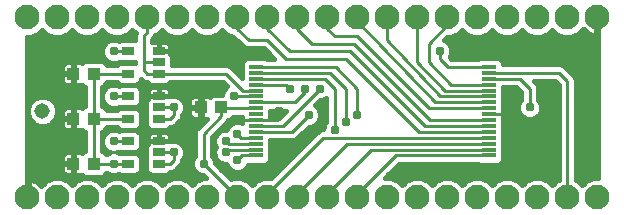
<source format=gtl>
G75*
%MOIN*%
%OFA0B0*%
%FSLAX24Y24*%
%IPPOS*%
%LPD*%
%AMOC8*
5,1,8,0,0,1.08239X$1,22.5*
%
%ADD10C,0.0827*%
%ADD11R,0.0472X0.0142*%
%ADD12R,0.0390X0.0272*%
%ADD13C,0.0515*%
%ADD14R,0.0433X0.0394*%
%ADD15C,0.0100*%
%ADD16C,0.0310*%
%ADD17C,0.0160*%
D10*
X000680Y000680D03*
X001680Y000680D03*
X002680Y000680D03*
X003680Y000680D03*
X004680Y000680D03*
X005680Y000680D03*
X006680Y000680D03*
X007680Y000680D03*
X008680Y000680D03*
X009680Y000680D03*
X010680Y000680D03*
X011680Y000680D03*
X012680Y000680D03*
X013680Y000680D03*
X014680Y000680D03*
X015680Y000680D03*
X016680Y000680D03*
X017680Y000680D03*
X018680Y000680D03*
X019680Y000680D03*
X019680Y006680D03*
X018680Y006680D03*
X017680Y006680D03*
X016680Y006680D03*
X015680Y006680D03*
X014680Y006680D03*
X013680Y006680D03*
X012680Y006680D03*
X011680Y006680D03*
X010680Y006680D03*
X009680Y006680D03*
X008680Y006680D03*
X007680Y006680D03*
X006680Y006680D03*
X005680Y006680D03*
X004680Y006680D03*
X003680Y006680D03*
X002680Y006680D03*
X001680Y006680D03*
X000680Y006680D03*
D11*
X008302Y005031D03*
X008302Y004835D03*
X008302Y004638D03*
X008302Y004441D03*
X008302Y004244D03*
X008302Y004047D03*
X008302Y003850D03*
X008302Y003653D03*
X008302Y003457D03*
X008302Y003260D03*
X008302Y003063D03*
X008302Y002866D03*
X008302Y002669D03*
X008302Y002472D03*
X008302Y002275D03*
X008302Y002079D03*
X016058Y002079D03*
X016058Y002275D03*
X016058Y002472D03*
X016058Y002669D03*
X016058Y002866D03*
X016058Y003063D03*
X016058Y003260D03*
X016058Y003457D03*
X016058Y003653D03*
X016058Y003850D03*
X016058Y004047D03*
X016058Y004244D03*
X016058Y004441D03*
X016058Y004638D03*
X016058Y004835D03*
X016058Y005031D03*
D12*
X005063Y005180D03*
X005063Y004806D03*
X004043Y004806D03*
X004043Y005554D03*
X005063Y005554D03*
X005063Y004054D03*
X005063Y003680D03*
X004043Y004054D03*
X004043Y003306D03*
X005063Y003306D03*
X005063Y002554D03*
X005063Y002180D03*
X005063Y001806D03*
X004043Y001806D03*
X004043Y002554D03*
D13*
X001180Y003555D03*
D14*
X002220Y003305D03*
X002890Y003305D03*
X006470Y003680D03*
X007140Y003680D03*
X002890Y004805D03*
X002220Y004805D03*
X002220Y001805D03*
X002890Y001805D03*
D15*
X002891Y001806D01*
X003555Y001806D01*
X004043Y001806D01*
X003805Y002180D02*
X003305Y002180D01*
X003556Y002554D02*
X003555Y002555D01*
X003556Y002554D02*
X004043Y002554D01*
X005063Y002180D02*
X005555Y002180D01*
X005555Y001930D01*
X005431Y001806D01*
X005063Y001806D01*
X006555Y001805D02*
X006555Y002805D01*
X007140Y003390D01*
X007140Y003680D01*
X007247Y003653D01*
X008302Y003653D01*
X008302Y003850D02*
X009600Y003850D01*
X009930Y004180D01*
X009930Y004305D01*
X009430Y004305D02*
X009294Y004441D01*
X008302Y004441D01*
X008302Y004638D02*
X010597Y004638D01*
X010930Y004305D01*
X010930Y002930D01*
X010544Y002669D02*
X008680Y000805D01*
X008680Y000680D01*
X007680Y000680D02*
X006555Y001805D01*
X007305Y002180D02*
X007400Y002275D01*
X008302Y002275D01*
X008302Y002079D02*
X007829Y002079D01*
X007680Y001930D01*
X007388Y002472D02*
X007305Y002555D01*
X007388Y002472D02*
X008302Y002472D01*
X008302Y002669D02*
X007816Y002669D01*
X007680Y002805D01*
X008302Y002866D02*
X009491Y002866D01*
X010055Y003430D01*
X009188Y003063D02*
X010430Y004305D01*
X010775Y004835D02*
X011305Y004305D01*
X011305Y003180D01*
X011680Y003430D02*
X011680Y004305D01*
X010954Y005031D01*
X008302Y005031D01*
X008302Y004835D02*
X010775Y004835D01*
X011305Y005305D02*
X009305Y005305D01*
X008680Y005930D01*
X008055Y005930D01*
X007680Y006305D01*
X007680Y006680D01*
X008680Y006680D02*
X008680Y006305D01*
X009430Y005555D01*
X011430Y005555D01*
X013922Y003063D01*
X016058Y003063D01*
X016058Y003260D02*
X014100Y003260D01*
X011555Y005805D01*
X010180Y005805D01*
X009680Y006305D01*
X009680Y006680D01*
X010680Y006680D02*
X010680Y006305D01*
X010930Y006055D01*
X011680Y006055D01*
X014082Y003653D01*
X016058Y003653D01*
X016058Y003457D02*
X016558Y003457D01*
X016180Y003457D02*
X016058Y003457D01*
X016058Y003850D02*
X014260Y003850D01*
X011680Y006555D01*
X011680Y006680D01*
X012680Y006680D02*
X012680Y005930D01*
X014438Y004047D01*
X016058Y004047D01*
X016058Y004244D02*
X014616Y004244D01*
X013680Y005180D01*
X013680Y006680D01*
X014055Y005805D02*
X014680Y006430D01*
X014680Y006680D01*
X014055Y005805D02*
X014055Y005180D01*
X014794Y004441D01*
X016058Y004441D01*
X016058Y004638D02*
X017097Y004638D01*
X017430Y004305D01*
X017430Y003680D01*
X018400Y004835D02*
X018680Y004555D01*
X018680Y000680D01*
X016058Y002079D02*
X012954Y002079D01*
X011680Y000805D01*
X011680Y000680D01*
X010680Y000680D02*
X010680Y000805D01*
X012150Y002275D01*
X016058Y002275D01*
X016058Y002472D02*
X011347Y002472D01*
X009680Y000805D01*
X009680Y000680D01*
X010544Y002669D02*
X016058Y002669D01*
X016058Y002866D02*
X013744Y002866D01*
X011305Y005305D01*
X014430Y005305D02*
X014430Y005555D01*
X014430Y005430D01*
X014430Y005305D02*
X014704Y005031D01*
X016058Y005031D01*
X016058Y004835D02*
X018400Y004835D01*
X009188Y003063D02*
X008302Y003063D01*
X008302Y003260D02*
X007805Y003260D01*
X008302Y003260D02*
X009010Y003260D01*
X009055Y003305D01*
X009055Y003555D01*
X008302Y004047D02*
X007688Y004047D01*
X007555Y004055D01*
X007866Y004244D02*
X007305Y004805D01*
X005064Y004805D01*
X005063Y004806D01*
X004679Y004806D01*
X004555Y004930D01*
X004555Y005180D01*
X005063Y005180D01*
X004555Y005180D02*
X004555Y006055D01*
X004680Y006180D01*
X004680Y006680D01*
X004043Y005554D02*
X003556Y005554D01*
X003555Y005555D01*
X004043Y004806D02*
X002891Y004806D01*
X002890Y004805D01*
X002890Y003305D01*
X002890Y001805D01*
X002890Y003305D02*
X003094Y003306D01*
X004043Y003306D01*
X005063Y003306D02*
X005431Y003306D01*
X005555Y003430D01*
X005555Y003680D01*
X005063Y003680D01*
X004043Y004054D02*
X003556Y004054D01*
X003555Y004055D01*
X007866Y004244D02*
X008302Y004244D01*
D16*
X007555Y004055D03*
X009055Y003555D03*
X010055Y003430D03*
X011305Y003180D03*
X011680Y003430D03*
X010930Y002930D03*
X007680Y002805D03*
X007305Y002555D03*
X007305Y002180D03*
X007680Y001930D03*
X006555Y001805D03*
X005555Y002180D03*
X003555Y001806D03*
X003555Y002555D03*
X005555Y003680D03*
X003555Y004055D03*
X003555Y005555D03*
X005180Y006055D03*
X009430Y004305D03*
X009930Y004305D03*
X010430Y004305D03*
X014430Y005555D03*
X015055Y005805D03*
X017430Y003680D03*
X018055Y003680D03*
D17*
X017815Y003667D02*
X018400Y003667D01*
X018400Y003509D02*
X017776Y003509D01*
X017756Y003462D02*
X017815Y003603D01*
X017815Y003757D01*
X017756Y003898D01*
X017710Y003944D01*
X017710Y004361D01*
X017667Y004464D01*
X017589Y004542D01*
X017576Y004555D01*
X018284Y004555D01*
X018400Y004439D01*
X018400Y001260D01*
X018316Y001225D01*
X018180Y001090D01*
X018044Y001225D01*
X017808Y001323D01*
X017552Y001323D01*
X017316Y001225D01*
X017180Y001090D01*
X017044Y001225D01*
X016808Y001323D01*
X016552Y001323D01*
X016316Y001225D01*
X016180Y001090D01*
X016044Y001225D01*
X015808Y001323D01*
X015552Y001323D01*
X015316Y001225D01*
X015180Y001090D01*
X015044Y001225D01*
X014808Y001323D01*
X014552Y001323D01*
X014316Y001225D01*
X014180Y001090D01*
X014044Y001225D01*
X013808Y001323D01*
X013552Y001323D01*
X013316Y001225D01*
X013180Y001090D01*
X013044Y001225D01*
X012808Y001323D01*
X012594Y001323D01*
X013070Y001799D01*
X015706Y001799D01*
X015726Y001778D01*
X016389Y001778D01*
X016524Y001912D01*
X016524Y003426D01*
X016493Y003457D01*
X016524Y003487D01*
X016524Y004358D01*
X016981Y004358D01*
X017150Y004189D01*
X017150Y003944D01*
X017104Y003898D01*
X017045Y003757D01*
X017045Y003603D01*
X017104Y003462D01*
X017212Y003354D01*
X017353Y003295D01*
X017507Y003295D01*
X017648Y003354D01*
X017756Y003462D01*
X017639Y003350D02*
X018400Y003350D01*
X018400Y003192D02*
X016524Y003192D01*
X016524Y003350D02*
X017221Y003350D01*
X017084Y003509D02*
X016524Y003509D01*
X016524Y003667D02*
X017045Y003667D01*
X017074Y003826D02*
X016524Y003826D01*
X016524Y003984D02*
X017150Y003984D01*
X017150Y004143D02*
X016524Y004143D01*
X016524Y004301D02*
X017038Y004301D01*
X017669Y004460D02*
X018380Y004460D01*
X018400Y004301D02*
X017710Y004301D01*
X017710Y004143D02*
X018400Y004143D01*
X018400Y003984D02*
X017710Y003984D01*
X017786Y003826D02*
X018400Y003826D01*
X018960Y003826D02*
X019700Y003826D01*
X019700Y003667D02*
X018960Y003667D01*
X018960Y003509D02*
X019700Y003509D01*
X019700Y003350D02*
X018960Y003350D01*
X018960Y003192D02*
X019700Y003192D01*
X019700Y003033D02*
X018960Y003033D01*
X018960Y002875D02*
X019700Y002875D01*
X019700Y002716D02*
X018960Y002716D01*
X018960Y002558D02*
X019700Y002558D01*
X019700Y002399D02*
X018960Y002399D01*
X018960Y002241D02*
X019700Y002241D01*
X019700Y002082D02*
X018960Y002082D01*
X018960Y001924D02*
X019700Y001924D01*
X019700Y001765D02*
X018960Y001765D01*
X018960Y001607D02*
X019700Y001607D01*
X019700Y001448D02*
X018960Y001448D01*
X018960Y001290D02*
X019470Y001290D01*
X019552Y001323D02*
X019316Y001225D01*
X019180Y001090D01*
X019044Y001225D01*
X018960Y001260D01*
X018960Y004611D01*
X018917Y004714D01*
X018839Y004792D01*
X018559Y005072D01*
X018456Y005115D01*
X016524Y005115D01*
X016524Y005198D01*
X016389Y005332D01*
X015726Y005332D01*
X015706Y005311D01*
X014820Y005311D01*
X014767Y005364D01*
X014815Y005478D01*
X014815Y005632D01*
X014756Y005773D01*
X014648Y005881D01*
X014563Y005917D01*
X014683Y006037D01*
X014808Y006037D01*
X015044Y006135D01*
X015180Y006270D01*
X015316Y006135D01*
X015552Y006037D01*
X015808Y006037D01*
X016044Y006135D01*
X016180Y006270D01*
X016316Y006135D01*
X016552Y006037D01*
X016808Y006037D01*
X017044Y006135D01*
X017180Y006270D01*
X017316Y006135D01*
X017552Y006037D01*
X017808Y006037D01*
X018044Y006135D01*
X018180Y006270D01*
X018316Y006135D01*
X018552Y006037D01*
X018808Y006037D01*
X019044Y006135D01*
X019217Y006307D01*
X019227Y006293D01*
X019293Y006227D01*
X019369Y006172D01*
X019452Y006130D01*
X019541Y006101D01*
X019622Y006088D01*
X019622Y006622D01*
X019700Y006622D01*
X019700Y001323D01*
X019552Y001323D01*
X019221Y001131D02*
X019139Y001131D01*
X018400Y001290D02*
X017890Y001290D01*
X018139Y001131D02*
X018221Y001131D01*
X018400Y001448D02*
X012719Y001448D01*
X012877Y001607D02*
X018400Y001607D01*
X018400Y001765D02*
X013036Y001765D01*
X012890Y001290D02*
X013470Y001290D01*
X013221Y001131D02*
X013139Y001131D01*
X013890Y001290D02*
X014470Y001290D01*
X014221Y001131D02*
X014139Y001131D01*
X014890Y001290D02*
X015470Y001290D01*
X015221Y001131D02*
X015139Y001131D01*
X015890Y001290D02*
X016470Y001290D01*
X016221Y001131D02*
X016139Y001131D01*
X016890Y001290D02*
X017470Y001290D01*
X017221Y001131D02*
X017139Y001131D01*
X016524Y001924D02*
X018400Y001924D01*
X018400Y002082D02*
X016524Y002082D01*
X016524Y002241D02*
X018400Y002241D01*
X018400Y002399D02*
X016524Y002399D01*
X016524Y002558D02*
X018400Y002558D01*
X018400Y002716D02*
X016524Y002716D01*
X016524Y002875D02*
X018400Y002875D01*
X018400Y003033D02*
X016524Y003033D01*
X018960Y003984D02*
X019700Y003984D01*
X019700Y004143D02*
X018960Y004143D01*
X018960Y004301D02*
X019700Y004301D01*
X019700Y004460D02*
X018960Y004460D01*
X018957Y004618D02*
X019700Y004618D01*
X019700Y004777D02*
X018854Y004777D01*
X018696Y004935D02*
X019700Y004935D01*
X019700Y005094D02*
X018507Y005094D01*
X019700Y005252D02*
X016470Y005252D01*
X014815Y005569D02*
X019700Y005569D01*
X019700Y005411D02*
X014787Y005411D01*
X014775Y005728D02*
X019700Y005728D01*
X019700Y005886D02*
X014637Y005886D01*
X014827Y006045D02*
X015533Y006045D01*
X015827Y006045D02*
X016533Y006045D01*
X016827Y006045D02*
X017533Y006045D01*
X017827Y006045D02*
X018533Y006045D01*
X018827Y006045D02*
X019700Y006045D01*
X019700Y006203D02*
X019622Y006203D01*
X019622Y006362D02*
X019700Y006362D01*
X019700Y006520D02*
X019622Y006520D01*
X019327Y006203D02*
X019113Y006203D01*
X018247Y006203D02*
X018113Y006203D01*
X017247Y006203D02*
X017113Y006203D01*
X016247Y006203D02*
X016113Y006203D01*
X015247Y006203D02*
X015113Y006203D01*
X010650Y003981D02*
X010650Y003194D01*
X010604Y003148D01*
X010545Y003007D01*
X010545Y002949D01*
X010488Y002949D01*
X010386Y002907D01*
X008802Y001323D01*
X008552Y001323D01*
X008316Y001225D01*
X008180Y001090D01*
X008044Y001225D01*
X007808Y001323D01*
X007552Y001323D01*
X007468Y001288D01*
X006940Y001816D01*
X006940Y001882D01*
X006881Y002023D01*
X006835Y002069D01*
X006835Y002689D01*
X007377Y003231D01*
X007386Y003253D01*
X007451Y003253D01*
X007572Y003373D01*
X007836Y003373D01*
X007836Y003290D01*
X007867Y003260D01*
X007836Y003229D01*
X007836Y003157D01*
X007757Y003190D01*
X007603Y003190D01*
X007462Y003131D01*
X007354Y003023D01*
X007319Y002940D01*
X007228Y002940D01*
X007087Y002881D01*
X006979Y002773D01*
X006920Y002632D01*
X006920Y002478D01*
X006966Y002367D01*
X006920Y002257D01*
X006920Y002103D01*
X006979Y001962D01*
X007087Y001854D01*
X007228Y001795D01*
X007319Y001795D01*
X007354Y001712D01*
X007462Y001604D01*
X007603Y001545D01*
X007757Y001545D01*
X007898Y001604D01*
X008006Y001712D01*
X008034Y001778D01*
X008634Y001778D01*
X008768Y001912D01*
X008768Y002586D01*
X009547Y002586D01*
X009650Y002629D01*
X010066Y003045D01*
X010132Y003045D01*
X010273Y003104D01*
X010381Y003212D01*
X010440Y003353D01*
X010440Y003507D01*
X010381Y003648D01*
X010275Y003754D01*
X010441Y003920D01*
X010507Y003920D01*
X010648Y003979D01*
X010650Y003981D01*
X010650Y003826D02*
X010346Y003826D01*
X010362Y003667D02*
X010650Y003667D01*
X010650Y003509D02*
X010439Y003509D01*
X010439Y003350D02*
X010650Y003350D01*
X010647Y003192D02*
X010361Y003192D01*
X010556Y003033D02*
X010054Y003033D01*
X009895Y002875D02*
X010354Y002875D01*
X010195Y002716D02*
X009737Y002716D01*
X010037Y002558D02*
X008768Y002558D01*
X008768Y002399D02*
X009878Y002399D01*
X009720Y002241D02*
X008768Y002241D01*
X008768Y002082D02*
X009561Y002082D01*
X009403Y001924D02*
X008768Y001924D01*
X009244Y001765D02*
X008028Y001765D01*
X007901Y001607D02*
X009086Y001607D01*
X008927Y001448D02*
X007308Y001448D01*
X007459Y001607D02*
X007149Y001607D01*
X006991Y001765D02*
X007332Y001765D01*
X007017Y001924D02*
X006923Y001924D01*
X006929Y002082D02*
X006835Y002082D01*
X006835Y002241D02*
X006920Y002241D01*
X006953Y002399D02*
X006835Y002399D01*
X006835Y002558D02*
X006920Y002558D01*
X006955Y002716D02*
X006862Y002716D01*
X007020Y002875D02*
X007080Y002875D01*
X007179Y003033D02*
X007364Y003033D01*
X007337Y003192D02*
X007836Y003192D01*
X007836Y003350D02*
X007548Y003350D01*
X006657Y003303D02*
X006396Y003042D01*
X006318Y002964D01*
X006275Y002861D01*
X006275Y002069D01*
X006229Y002023D01*
X006170Y001882D01*
X006170Y001728D01*
X006229Y001587D01*
X006337Y001479D01*
X006478Y001420D01*
X006544Y001420D01*
X006641Y001323D01*
X006552Y001323D01*
X006316Y001225D01*
X006180Y001090D01*
X006044Y001225D01*
X005808Y001323D01*
X005552Y001323D01*
X005316Y001225D01*
X005180Y001090D01*
X005044Y001225D01*
X004808Y001323D01*
X004552Y001323D01*
X004316Y001225D01*
X004180Y001090D01*
X004044Y001225D01*
X003808Y001323D01*
X003552Y001323D01*
X003316Y001225D01*
X003180Y001090D01*
X003044Y001225D01*
X002808Y001323D01*
X002552Y001323D01*
X002316Y001225D01*
X002180Y001090D01*
X002044Y001225D01*
X001808Y001323D01*
X001552Y001323D01*
X001316Y001225D01*
X001143Y001053D01*
X001133Y001067D01*
X001067Y001133D01*
X000991Y001188D01*
X000908Y001230D01*
X000819Y001259D01*
X000738Y001272D01*
X000738Y000738D01*
X000660Y000738D01*
X000660Y006037D01*
X000808Y006037D01*
X001044Y006135D01*
X001180Y006270D01*
X001316Y006135D01*
X001552Y006037D01*
X001808Y006037D01*
X002044Y006135D01*
X002180Y006270D01*
X002316Y006135D01*
X002552Y006037D01*
X002808Y006037D01*
X003044Y006135D01*
X003180Y006270D01*
X003316Y006135D01*
X003552Y006037D01*
X003808Y006037D01*
X004044Y006135D01*
X004180Y006270D01*
X004294Y006156D01*
X004275Y006111D01*
X004275Y005920D01*
X003753Y005920D01*
X003732Y005899D01*
X003632Y005940D01*
X003478Y005940D01*
X003337Y005881D01*
X003229Y005773D01*
X003170Y005632D01*
X003170Y005478D01*
X003229Y005337D01*
X003337Y005229D01*
X003478Y005170D01*
X003632Y005170D01*
X003730Y005211D01*
X003753Y005188D01*
X004275Y005188D01*
X004275Y005172D01*
X003753Y005172D01*
X003667Y005086D01*
X003336Y005086D01*
X003336Y005097D01*
X003201Y005232D01*
X002578Y005232D01*
X002512Y005166D01*
X002506Y005170D01*
X002461Y005182D01*
X002239Y005182D01*
X002239Y004823D01*
X002202Y004823D01*
X002202Y004787D01*
X001824Y004787D01*
X001824Y004584D01*
X001836Y004539D01*
X001860Y004498D01*
X001893Y004464D01*
X001934Y004440D01*
X001980Y004428D01*
X002202Y004428D01*
X002202Y004787D01*
X002239Y004787D01*
X002239Y004428D01*
X002461Y004428D01*
X002506Y004440D01*
X002512Y004444D01*
X002578Y004378D01*
X002610Y004378D01*
X002610Y003732D01*
X002578Y003732D01*
X002512Y003666D01*
X002506Y003670D01*
X002461Y003682D01*
X002239Y003682D01*
X002239Y003323D01*
X002202Y003323D01*
X002202Y003287D01*
X001824Y003287D01*
X001824Y003084D01*
X001836Y003039D01*
X001860Y002998D01*
X001893Y002964D01*
X001934Y002940D01*
X001980Y002928D01*
X002202Y002928D01*
X002202Y003287D01*
X002239Y003287D01*
X002239Y002928D01*
X002461Y002928D01*
X002506Y002940D01*
X002512Y002944D01*
X002578Y002878D01*
X002610Y002878D01*
X002610Y002232D01*
X002578Y002232D01*
X002512Y002166D01*
X002506Y002170D01*
X002461Y002182D01*
X002239Y002182D01*
X002239Y001823D01*
X002202Y001823D01*
X002202Y001787D01*
X001824Y001787D01*
X001824Y001584D01*
X001836Y001539D01*
X001860Y001498D01*
X001893Y001464D01*
X001934Y001440D01*
X001980Y001428D01*
X002202Y001428D01*
X002202Y001787D01*
X002239Y001787D01*
X002239Y001428D01*
X002461Y001428D01*
X002506Y001440D01*
X002512Y001444D01*
X002578Y001378D01*
X003201Y001378D01*
X003320Y001497D01*
X003337Y001480D01*
X003478Y001421D01*
X003632Y001421D01*
X003731Y001462D01*
X003753Y001440D01*
X004333Y001440D01*
X004468Y001575D01*
X004468Y002037D01*
X004333Y002172D01*
X003753Y002172D01*
X003731Y002150D01*
X003657Y002180D01*
X003730Y002211D01*
X003753Y002188D01*
X004333Y002188D01*
X004468Y002323D01*
X004468Y002785D01*
X004333Y002920D01*
X003753Y002920D01*
X003732Y002899D01*
X003632Y002940D01*
X003478Y002940D01*
X003337Y002881D01*
X003229Y002773D01*
X003170Y002632D01*
X003170Y002478D01*
X003229Y002337D01*
X003337Y002229D01*
X003453Y002180D01*
X003337Y002132D01*
X003319Y002114D01*
X003201Y002232D01*
X003170Y002232D01*
X003170Y002878D01*
X003201Y002878D01*
X003336Y003013D01*
X003336Y003026D01*
X003667Y003026D01*
X003753Y002940D01*
X004333Y002940D01*
X004468Y003075D01*
X004468Y003537D01*
X004333Y003672D01*
X003753Y003672D01*
X003667Y003586D01*
X003336Y003586D01*
X003336Y003597D01*
X003201Y003732D01*
X003170Y003732D01*
X003170Y004378D01*
X003201Y004378D01*
X003336Y004513D01*
X003336Y004526D01*
X003667Y004526D01*
X003753Y004440D01*
X004333Y004440D01*
X004468Y004575D01*
X004468Y004621D01*
X004520Y004569D01*
X004623Y004526D01*
X004687Y004526D01*
X004773Y004440D01*
X005353Y004440D01*
X005438Y004525D01*
X007189Y004525D01*
X007335Y004379D01*
X007229Y004273D01*
X007170Y004132D01*
X007170Y004107D01*
X006828Y004107D01*
X006762Y004041D01*
X006756Y004045D01*
X006711Y004057D01*
X006489Y004057D01*
X006489Y003698D01*
X006452Y003698D01*
X006452Y003662D01*
X006074Y003662D01*
X006074Y003459D01*
X006086Y003414D01*
X006110Y003373D01*
X006143Y003339D01*
X006184Y003315D01*
X006230Y003303D01*
X006452Y003303D01*
X006452Y003662D01*
X006489Y003662D01*
X006489Y003303D01*
X006657Y003303D01*
X006546Y003192D02*
X005712Y003192D01*
X005714Y003193D02*
X005792Y003271D01*
X005835Y003374D01*
X005835Y003416D01*
X005881Y003462D01*
X005940Y003603D01*
X005940Y003757D01*
X005881Y003898D01*
X005773Y004006D01*
X005632Y004065D01*
X005478Y004065D01*
X005438Y004048D01*
X005438Y004054D01*
X005438Y004214D01*
X005425Y004259D01*
X005402Y004300D01*
X005368Y004334D01*
X005327Y004358D01*
X005281Y004370D01*
X005063Y004370D01*
X005063Y004054D01*
X005063Y004054D01*
X005438Y004054D01*
X005063Y004054D01*
X005063Y004054D01*
X005063Y004370D01*
X004844Y004370D01*
X004799Y004358D01*
X004757Y004334D01*
X004724Y004300D01*
X004700Y004259D01*
X004688Y004214D01*
X004688Y004054D01*
X004688Y003961D01*
X004638Y003911D01*
X004638Y003075D01*
X004773Y002940D01*
X005353Y002940D01*
X005439Y003026D01*
X005487Y003026D01*
X005590Y003069D01*
X005714Y003193D01*
X005825Y003350D02*
X006132Y003350D01*
X006452Y003350D02*
X006489Y003350D01*
X006489Y003509D02*
X006452Y003509D01*
X006452Y003667D02*
X005940Y003667D01*
X006074Y003698D02*
X006452Y003698D01*
X006452Y004057D01*
X006230Y004057D01*
X006184Y004045D01*
X006143Y004021D01*
X006110Y003987D01*
X006086Y003946D01*
X006074Y003901D01*
X006074Y003698D01*
X006074Y003826D02*
X005911Y003826D01*
X006452Y003826D02*
X006489Y003826D01*
X006489Y003984D02*
X006452Y003984D01*
X006108Y003984D02*
X005795Y003984D01*
X005438Y004143D02*
X007175Y004143D01*
X007257Y004301D02*
X005401Y004301D01*
X005372Y004460D02*
X007255Y004460D01*
X007542Y004964D02*
X007836Y004670D01*
X007836Y005198D01*
X007971Y005332D01*
X008634Y005332D01*
X008654Y005311D01*
X008903Y005311D01*
X008564Y005650D01*
X007999Y005650D01*
X007896Y005693D01*
X007552Y006037D01*
X007552Y006037D01*
X007316Y006135D01*
X007180Y006270D01*
X007044Y006135D01*
X006808Y006037D01*
X006552Y006037D01*
X006316Y006135D01*
X006180Y006270D01*
X006044Y006135D01*
X005808Y006037D01*
X005552Y006037D01*
X005316Y006135D01*
X005180Y006270D01*
X005044Y006135D01*
X004948Y006094D01*
X004917Y006021D01*
X004839Y005943D01*
X004835Y005939D01*
X004835Y005867D01*
X004844Y005870D01*
X005063Y005870D01*
X005063Y005554D01*
X005063Y005554D01*
X005438Y005554D01*
X005438Y005714D01*
X005425Y005759D01*
X005402Y005800D01*
X005368Y005834D01*
X005327Y005858D01*
X005281Y005870D01*
X005063Y005870D01*
X005063Y005554D01*
X005438Y005554D01*
X005438Y005461D01*
X005488Y005411D01*
X005488Y005085D01*
X007361Y005085D01*
X007464Y005042D01*
X007542Y004964D01*
X007571Y004935D02*
X007836Y004935D01*
X007836Y005094D02*
X005488Y005094D01*
X005488Y005252D02*
X007890Y005252D01*
X008645Y005569D02*
X005438Y005569D01*
X005434Y005728D02*
X007862Y005728D01*
X007703Y005886D02*
X004835Y005886D01*
X005063Y005728D02*
X005063Y005728D01*
X005063Y005569D02*
X005063Y005569D01*
X005063Y005554D02*
X005063Y005554D01*
X005488Y005411D02*
X008804Y005411D01*
X007836Y004777D02*
X007729Y004777D01*
X005063Y004301D02*
X005063Y004301D01*
X004725Y004301D02*
X004452Y004301D01*
X004468Y004285D02*
X004333Y004420D01*
X003753Y004420D01*
X003732Y004399D01*
X003632Y004440D01*
X003478Y004440D01*
X003337Y004381D01*
X003229Y004273D01*
X003170Y004132D01*
X003170Y003978D01*
X003229Y003837D01*
X003337Y003729D01*
X003478Y003670D01*
X003632Y003670D01*
X003730Y003711D01*
X003753Y003688D01*
X004333Y003688D01*
X004468Y003823D01*
X004468Y004285D01*
X004468Y004143D02*
X004688Y004143D01*
X004688Y004054D02*
X005063Y004054D01*
X004688Y004054D01*
X004688Y003984D02*
X004468Y003984D01*
X004468Y003826D02*
X004638Y003826D01*
X004638Y003667D02*
X004338Y003667D01*
X004468Y003509D02*
X004638Y003509D01*
X004638Y003350D02*
X004468Y003350D01*
X004468Y003192D02*
X004638Y003192D01*
X004680Y003033D02*
X004426Y003033D01*
X004379Y002875D02*
X006281Y002875D01*
X006387Y003033D02*
X005504Y003033D01*
X005368Y002834D02*
X005327Y002858D01*
X005281Y002870D01*
X005063Y002870D01*
X005063Y002554D01*
X005063Y002554D01*
X005438Y002554D01*
X005438Y002714D01*
X005425Y002759D01*
X005402Y002800D01*
X005368Y002834D01*
X005437Y002716D02*
X006275Y002716D01*
X006275Y002558D02*
X005650Y002558D01*
X005632Y002565D02*
X005478Y002565D01*
X005438Y002548D01*
X005438Y002554D01*
X005063Y002554D01*
X005063Y002554D01*
X005063Y002870D01*
X004844Y002870D01*
X004799Y002858D01*
X004757Y002834D01*
X004724Y002800D01*
X004700Y002759D01*
X004688Y002714D01*
X004688Y002554D01*
X004688Y002461D01*
X004638Y002411D01*
X004638Y001575D01*
X004773Y001440D01*
X005353Y001440D01*
X005439Y001526D01*
X005487Y001526D01*
X005590Y001569D01*
X005714Y001693D01*
X005792Y001771D01*
X005835Y001874D01*
X005835Y001916D01*
X005881Y001962D01*
X005940Y002103D01*
X005940Y002257D01*
X005881Y002398D01*
X005773Y002506D01*
X005632Y002565D01*
X005460Y002558D02*
X005438Y002558D01*
X005063Y002558D02*
X005063Y002558D01*
X005063Y002554D02*
X005063Y002554D01*
X004688Y002554D01*
X005063Y002554D01*
X004688Y002558D02*
X004468Y002558D01*
X004468Y002716D02*
X004689Y002716D01*
X005063Y002716D02*
X005063Y002716D01*
X004638Y002399D02*
X004468Y002399D01*
X004386Y002241D02*
X004638Y002241D01*
X004638Y002082D02*
X004423Y002082D01*
X004468Y001924D02*
X004638Y001924D01*
X004638Y001765D02*
X004468Y001765D01*
X004468Y001607D02*
X004638Y001607D01*
X004765Y001448D02*
X004341Y001448D01*
X004470Y001290D02*
X003890Y001290D01*
X003745Y001448D02*
X003697Y001448D01*
X003470Y001290D02*
X002890Y001290D01*
X003139Y001131D02*
X003221Y001131D01*
X002470Y001290D02*
X001890Y001290D01*
X001921Y001448D02*
X000660Y001448D01*
X000660Y001290D02*
X001470Y001290D01*
X001221Y001131D02*
X001068Y001131D01*
X000738Y001131D02*
X000660Y001131D01*
X000660Y000973D02*
X000738Y000973D01*
X000738Y000814D02*
X000660Y000814D01*
X002139Y001131D02*
X002221Y001131D01*
X002202Y001448D02*
X002239Y001448D01*
X002239Y001607D02*
X002202Y001607D01*
X002202Y001765D02*
X002239Y001765D01*
X002202Y001823D02*
X001824Y001823D01*
X001824Y002026D01*
X001836Y002071D01*
X001860Y002112D01*
X001893Y002146D01*
X001934Y002170D01*
X001980Y002182D01*
X002202Y002182D01*
X002202Y001823D01*
X002202Y001924D02*
X002239Y001924D01*
X002239Y002082D02*
X002202Y002082D01*
X001842Y002082D02*
X000660Y002082D01*
X000660Y001924D02*
X001824Y001924D01*
X001824Y001765D02*
X000660Y001765D01*
X000660Y001607D02*
X001824Y001607D01*
X003271Y001448D02*
X003413Y001448D01*
X004139Y001131D02*
X004221Y001131D01*
X004890Y001290D02*
X005470Y001290D01*
X005361Y001448D02*
X006411Y001448D01*
X006470Y001290D02*
X005890Y001290D01*
X006139Y001131D02*
X006221Y001131D01*
X005221Y001131D02*
X005139Y001131D01*
X005627Y001607D02*
X006220Y001607D01*
X006170Y001765D02*
X005786Y001765D01*
X005843Y001924D02*
X006187Y001924D01*
X006275Y002082D02*
X005931Y002082D01*
X005940Y002241D02*
X006275Y002241D01*
X006275Y002399D02*
X005880Y002399D01*
X003325Y002241D02*
X003170Y002241D01*
X003170Y002399D02*
X003203Y002399D01*
X003170Y002558D02*
X003170Y002558D01*
X003170Y002716D02*
X003205Y002716D01*
X003170Y002875D02*
X003330Y002875D01*
X002610Y002875D02*
X000660Y002875D01*
X000660Y003033D02*
X001839Y003033D01*
X002202Y003033D02*
X002239Y003033D01*
X002239Y003192D02*
X002202Y003192D01*
X002202Y003323D02*
X001824Y003323D01*
X001824Y003526D01*
X001836Y003571D01*
X001860Y003612D01*
X001893Y003646D01*
X001934Y003670D01*
X001980Y003682D01*
X002202Y003682D01*
X002202Y003323D01*
X002202Y003350D02*
X002239Y003350D01*
X002239Y003509D02*
X002202Y003509D01*
X002202Y003667D02*
X002239Y003667D01*
X001930Y003667D02*
X001661Y003667D01*
X001667Y003652D02*
X001593Y003831D01*
X001456Y003968D01*
X001277Y004042D01*
X001083Y004042D01*
X000904Y003968D01*
X000767Y003831D01*
X000693Y003652D01*
X000693Y003458D01*
X000767Y003279D01*
X000904Y003142D01*
X001083Y003068D01*
X001277Y003068D01*
X001456Y003142D01*
X001593Y003279D01*
X001667Y003458D01*
X001667Y003652D01*
X001667Y003509D02*
X001824Y003509D01*
X001824Y003350D02*
X001623Y003350D01*
X001506Y003192D02*
X001824Y003192D01*
X000854Y003192D02*
X000660Y003192D01*
X000660Y003350D02*
X000737Y003350D01*
X000693Y003509D02*
X000660Y003509D01*
X000660Y003667D02*
X000699Y003667D01*
X000660Y003826D02*
X000764Y003826D01*
X000660Y003984D02*
X000942Y003984D01*
X000660Y004143D02*
X002610Y004143D01*
X002610Y004301D02*
X000660Y004301D01*
X000660Y004460D02*
X001901Y004460D01*
X002202Y004460D02*
X002239Y004460D01*
X002239Y004618D02*
X002202Y004618D01*
X002202Y004777D02*
X002239Y004777D01*
X002202Y004823D02*
X001824Y004823D01*
X001824Y005026D01*
X001836Y005071D01*
X001860Y005112D01*
X001893Y005146D01*
X001934Y005170D01*
X001980Y005182D01*
X002202Y005182D01*
X002202Y004823D01*
X002202Y004935D02*
X002239Y004935D01*
X002239Y005094D02*
X002202Y005094D01*
X001849Y005094D02*
X000660Y005094D01*
X000660Y005252D02*
X003314Y005252D01*
X003336Y005094D02*
X003675Y005094D01*
X003198Y005411D02*
X000660Y005411D01*
X000660Y005569D02*
X003170Y005569D01*
X003210Y005728D02*
X000660Y005728D01*
X000660Y005886D02*
X003348Y005886D01*
X003533Y006045D02*
X002827Y006045D01*
X002533Y006045D02*
X001827Y006045D01*
X001533Y006045D02*
X000827Y006045D01*
X001113Y006203D02*
X001247Y006203D01*
X002113Y006203D02*
X002247Y006203D01*
X003113Y006203D02*
X003247Y006203D01*
X003827Y006045D02*
X004275Y006045D01*
X004247Y006203D02*
X004113Y006203D01*
X004927Y006045D02*
X005533Y006045D01*
X005827Y006045D02*
X006533Y006045D01*
X006827Y006045D02*
X007533Y006045D01*
X007247Y006203D02*
X007113Y006203D01*
X006247Y006203D02*
X006113Y006203D01*
X005247Y006203D02*
X005113Y006203D01*
X001824Y004935D02*
X000660Y004935D01*
X000660Y004777D02*
X001824Y004777D01*
X001824Y004618D02*
X000660Y004618D01*
X001418Y003984D02*
X002610Y003984D01*
X002610Y003826D02*
X001596Y003826D01*
X002511Y003667D02*
X002513Y003667D01*
X003170Y003826D02*
X003240Y003826D01*
X003266Y003667D02*
X003748Y003667D01*
X003170Y003984D02*
X003170Y003984D01*
X003170Y004143D02*
X003175Y004143D01*
X003170Y004301D02*
X003257Y004301D01*
X003283Y004460D02*
X003734Y004460D01*
X004353Y004460D02*
X004753Y004460D01*
X004471Y004618D02*
X004468Y004618D01*
X005063Y004143D02*
X005063Y004143D01*
X005063Y004054D02*
X005063Y004054D01*
X005901Y003509D02*
X006074Y003509D01*
X008768Y003509D02*
X009238Y003509D01*
X009299Y003570D02*
X009072Y003343D01*
X008768Y003343D01*
X008768Y003570D01*
X009299Y003570D01*
X009079Y003350D02*
X008768Y003350D01*
X008470Y001290D02*
X007890Y001290D01*
X008139Y001131D02*
X008221Y001131D01*
X007470Y001290D02*
X007466Y001290D01*
X002610Y002241D02*
X000660Y002241D01*
X000660Y002399D02*
X002610Y002399D01*
X002610Y002558D02*
X000660Y002558D01*
X000660Y002716D02*
X002610Y002716D01*
M02*

</source>
